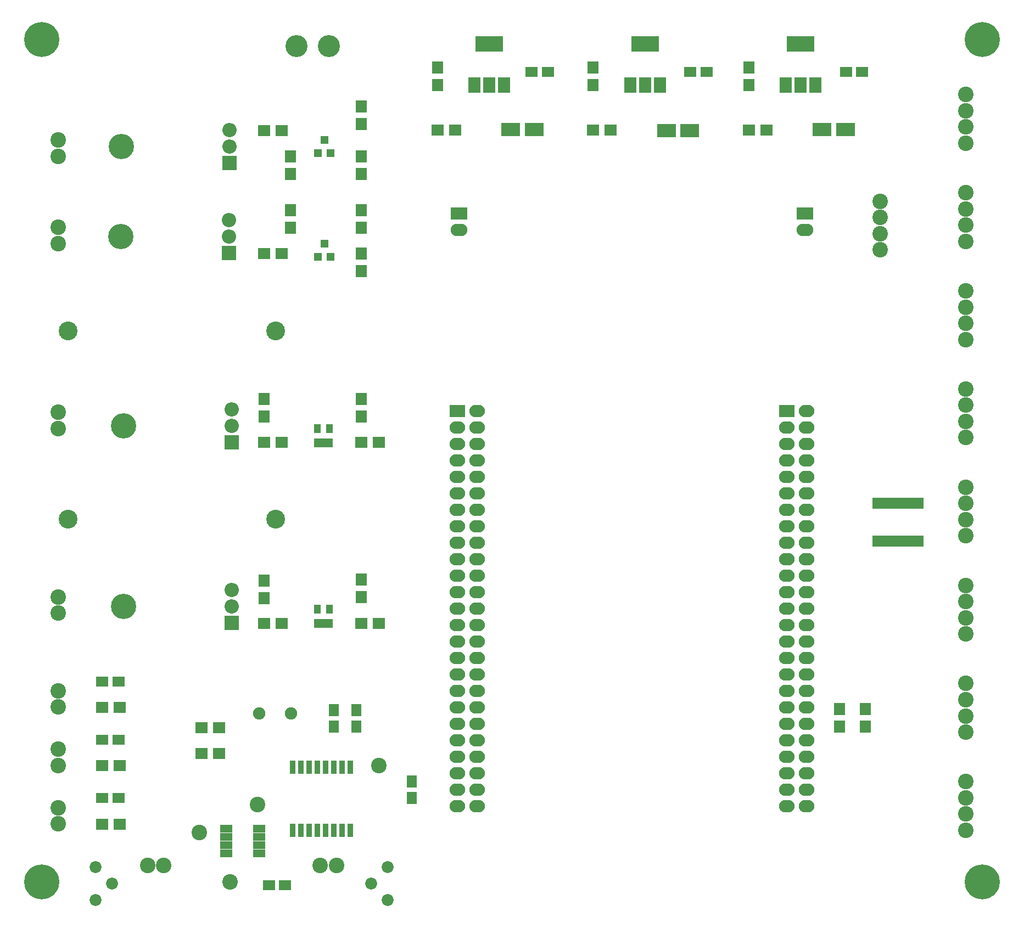
<source format=gbr>
G04 #@! TF.FileFunction,Soldermask,Top*
%FSLAX46Y46*%
G04 Gerber Fmt 4.6, Leading zero omitted, Abs format (unit mm)*
G04 Created by KiCad (PCBNEW 4.0.7) date 07/23/18 11:07:22*
%MOMM*%
%LPD*%
G01*
G04 APERTURE LIST*
%ADD10C,0.400000*%
%ADD11O,3.900000X3.900000*%
%ADD12R,2.200000X2.200000*%
%ADD13O,2.200000X2.200000*%
%ADD14C,3.400000*%
%ADD15R,1.900000X1.650000*%
%ADD16R,3.000000X2.000000*%
%ADD17R,1.650000X1.900000*%
%ADD18C,2.400000*%
%ADD19R,1.200000X1.300000*%
%ADD20R,1.700000X1.900000*%
%ADD21R,1.900000X1.700000*%
%ADD22C,1.840000*%
%ADD23R,1.050000X1.460000*%
%ADD24R,4.200000X2.400000*%
%ADD25R,1.900000X2.400000*%
%ADD26C,1.900000*%
%ADD27C,2.900000*%
%ADD28R,0.800000X1.750000*%
%ADD29C,5.400000*%
%ADD30R,0.910000X2.100000*%
%ADD31R,1.900000X1.160000*%
%ADD32R,2.600000X1.900000*%
%ADD33O,2.600000X1.900000*%
%ADD34O,2.400000X1.900000*%
%ADD35R,2.400000X1.900000*%
G04 APERTURE END LIST*
D10*
D11*
X84620000Y-85610000D03*
D12*
X101280000Y-88150000D03*
D13*
X101280000Y-85610000D03*
X101280000Y-83070000D03*
D11*
X84630000Y-113490000D03*
D12*
X101290000Y-116030000D03*
D13*
X101290000Y-113490000D03*
X101290000Y-110950000D03*
D14*
X116290000Y-27050000D03*
X111290000Y-27050000D03*
D15*
X147500000Y-31000000D03*
X150000000Y-31000000D03*
D16*
X144290000Y-39848000D03*
X147890000Y-39848000D03*
D15*
X196000000Y-31000000D03*
X198500000Y-31000000D03*
D16*
X192290000Y-39848000D03*
X195890000Y-39848000D03*
D15*
X172000000Y-31000000D03*
X174500000Y-31000000D03*
D16*
X168290000Y-40050000D03*
X171890000Y-40050000D03*
D15*
X83790000Y-125050000D03*
X81290000Y-125050000D03*
X83790000Y-134050000D03*
X81290000Y-134050000D03*
X83790000Y-143050000D03*
X81290000Y-143050000D03*
D17*
X120500000Y-132000000D03*
X120500000Y-129500000D03*
X117000000Y-132000000D03*
X117000000Y-129500000D03*
D15*
X109500000Y-156500000D03*
X107000000Y-156500000D03*
D17*
X129000000Y-143000000D03*
X129000000Y-140500000D03*
D18*
X124000000Y-138000000D03*
X101000000Y-156000000D03*
X105290000Y-144050000D03*
X96290000Y-148350000D03*
D19*
X114600000Y-43500000D03*
X116500000Y-43500000D03*
X115550000Y-41500000D03*
X114600000Y-59500000D03*
X116500000Y-59500000D03*
X115550000Y-57500000D03*
D11*
X84290000Y-42510000D03*
D12*
X100950000Y-45050000D03*
D13*
X100950000Y-42510000D03*
X100950000Y-39970000D03*
D11*
X84200000Y-56374000D03*
D12*
X100860000Y-58914000D03*
D13*
X100860000Y-56374000D03*
X100860000Y-53834000D03*
D20*
X121290000Y-44050000D03*
X121290000Y-46750000D03*
X121290000Y-36350000D03*
X121290000Y-39050000D03*
X121290000Y-55050000D03*
X121290000Y-52350000D03*
X121290000Y-61750000D03*
X121290000Y-59050000D03*
X110290000Y-44050000D03*
X110290000Y-46750000D03*
X110290000Y-55050000D03*
X110290000Y-52350000D03*
D21*
X106290000Y-40050000D03*
X108990000Y-40050000D03*
X106290000Y-59050000D03*
X108990000Y-59050000D03*
D20*
X121290000Y-81476000D03*
X121290000Y-84176000D03*
X121290000Y-109350000D03*
X121290000Y-112050000D03*
D21*
X106290000Y-88150000D03*
X108990000Y-88150000D03*
X106290000Y-116050000D03*
X108990000Y-116050000D03*
D20*
X106290000Y-84150000D03*
X106290000Y-81450000D03*
X106274000Y-112192000D03*
X106274000Y-109492000D03*
X157000000Y-33000000D03*
X157000000Y-30300000D03*
D21*
X83990000Y-129050000D03*
X81290000Y-129050000D03*
X83990000Y-138050000D03*
X81290000Y-138050000D03*
X83990000Y-147050000D03*
X81290000Y-147050000D03*
D20*
X195000000Y-132000000D03*
X195000000Y-129300000D03*
X199000000Y-132000000D03*
X199000000Y-129300000D03*
D21*
X99290000Y-132150000D03*
X96590000Y-132150000D03*
X99290000Y-136150000D03*
X96590000Y-136150000D03*
D22*
X125340000Y-158740000D03*
X122800000Y-156200000D03*
X125340000Y-153660000D03*
X80290000Y-153670000D03*
X82830000Y-156210000D03*
X80290000Y-158750000D03*
D23*
X114440000Y-88200000D03*
X115390000Y-88200000D03*
X116340000Y-88200000D03*
X116340000Y-86000000D03*
X114440000Y-86000000D03*
X114440000Y-116050000D03*
X115390000Y-116050000D03*
X116340000Y-116050000D03*
X116340000Y-113850000D03*
X114440000Y-113850000D03*
D24*
X141000000Y-26700000D03*
D25*
X141000000Y-33000000D03*
X143300000Y-33000000D03*
X138700000Y-33000000D03*
D24*
X189000000Y-26700000D03*
D25*
X189000000Y-33000000D03*
X191300000Y-33000000D03*
X186700000Y-33000000D03*
D24*
X165000000Y-26700000D03*
D25*
X165000000Y-33000000D03*
X167300000Y-33000000D03*
X162700000Y-33000000D03*
D26*
X110380000Y-130000000D03*
X105500000Y-130000000D03*
D21*
X121290000Y-88150000D03*
X123990000Y-88150000D03*
X121290000Y-116050000D03*
X123990000Y-116050000D03*
D20*
X133000000Y-33000000D03*
X133000000Y-30300000D03*
X181000000Y-33000000D03*
X181000000Y-30300000D03*
D27*
X108000000Y-71000000D03*
X76000000Y-71000000D03*
X108000000Y-100000000D03*
X76000000Y-100000000D03*
D18*
X201290000Y-58450000D03*
X201290000Y-55950000D03*
X201290000Y-53450000D03*
X201290000Y-50950000D03*
D28*
X200440000Y-97550000D03*
X200440000Y-103400000D03*
X201090000Y-97550000D03*
X201090000Y-103400000D03*
X201740000Y-97550000D03*
X201740000Y-103400000D03*
X202390000Y-97550000D03*
X202390000Y-103400000D03*
X203040000Y-97550000D03*
X203040000Y-103400000D03*
X203690000Y-97550000D03*
X203690000Y-103400000D03*
X204340000Y-97550000D03*
X204340000Y-103400000D03*
X204990000Y-97550000D03*
X204990000Y-103400000D03*
X205640000Y-97550000D03*
X205640000Y-103400000D03*
X206290000Y-97550000D03*
X206290000Y-103400000D03*
X206940000Y-97550000D03*
X206940000Y-103400000D03*
X207590000Y-97550000D03*
X207590000Y-103400000D03*
D29*
X72000000Y-26000000D03*
X217000000Y-26000000D03*
X217000000Y-156000000D03*
X72000000Y-156000000D03*
D30*
X119540000Y-148000000D03*
X119540000Y-138250000D03*
X118270000Y-148000000D03*
X118270000Y-138250000D03*
X117000000Y-148000000D03*
X117000000Y-138250000D03*
X115730000Y-148000000D03*
X115730000Y-138250000D03*
X114460000Y-148000000D03*
X114460000Y-138250000D03*
X113190000Y-148000000D03*
X113190000Y-138250000D03*
X111920000Y-148000000D03*
X111920000Y-138250000D03*
X110650000Y-148000000D03*
X110650000Y-138250000D03*
D31*
X105520000Y-147785000D03*
X100380000Y-147785000D03*
X105520000Y-149055000D03*
X100380000Y-149055000D03*
X105520000Y-150325000D03*
X100380000Y-150325000D03*
X105520000Y-151595000D03*
X100380000Y-151595000D03*
D18*
X214500000Y-140499999D03*
X214500000Y-142999999D03*
X214500000Y-145499999D03*
X214500000Y-147999999D03*
X214500000Y-125357142D03*
X214500000Y-127857142D03*
X214500000Y-130357142D03*
X214500000Y-132857142D03*
X214500000Y-110214285D03*
X214500000Y-112714285D03*
X214500000Y-115214285D03*
X214500000Y-117714285D03*
X214500000Y-95071428D03*
X214500000Y-97571428D03*
X214500000Y-100071428D03*
X214500000Y-102571428D03*
X214500000Y-79928571D03*
X214500000Y-82428571D03*
X214500000Y-84928571D03*
X214500000Y-87428571D03*
X214500000Y-64785714D03*
X214500000Y-67285714D03*
X214500000Y-69785714D03*
X214500000Y-72285714D03*
X214500000Y-49642857D03*
X214500000Y-52142857D03*
X214500000Y-54642857D03*
X214500000Y-57142857D03*
X214500000Y-34500000D03*
X214500000Y-37000000D03*
X214500000Y-39500000D03*
X214500000Y-42000000D03*
X74500000Y-44000000D03*
X74500000Y-41500000D03*
X74500000Y-57500000D03*
X74500000Y-55000000D03*
X74500000Y-86000000D03*
X74500000Y-83500000D03*
X74500000Y-114500000D03*
X74500000Y-112000000D03*
X74500000Y-129000000D03*
X74500000Y-126500000D03*
X74500000Y-138000000D03*
X74500000Y-135500000D03*
X74500000Y-147000000D03*
X74500000Y-144500000D03*
X117400000Y-153400000D03*
X114900000Y-153400000D03*
X90800000Y-153400000D03*
X88300000Y-153400000D03*
D21*
X133000000Y-40000000D03*
X135700000Y-40000000D03*
X181000000Y-40000000D03*
X183700000Y-40000000D03*
X157000000Y-40000000D03*
X159700000Y-40000000D03*
D32*
X189670000Y-52850000D03*
D33*
X189670000Y-55390000D03*
D34*
X186880000Y-144290000D03*
X186880000Y-141750000D03*
X186880000Y-139210000D03*
X186880000Y-136670000D03*
X186880000Y-134130000D03*
X186880000Y-131590000D03*
X186880000Y-129050000D03*
X186880000Y-126510000D03*
X186880000Y-123970000D03*
X186880000Y-121430000D03*
X186880000Y-118890000D03*
X186880000Y-116350000D03*
X186880000Y-113810000D03*
X186880000Y-111270000D03*
X186880000Y-108730000D03*
X186880000Y-106190000D03*
X186880000Y-103650000D03*
X186880000Y-101110000D03*
X186880000Y-98570000D03*
X186880000Y-96030000D03*
X186880000Y-93490000D03*
X186880000Y-90950000D03*
X186880000Y-88410000D03*
X186880000Y-85870000D03*
D35*
X186880000Y-83330000D03*
D34*
X189920000Y-83330000D03*
X189920000Y-85870000D03*
X189920000Y-88410000D03*
X189920000Y-90950000D03*
X189920000Y-93490000D03*
X189920000Y-96030000D03*
X189920000Y-98570000D03*
X189920000Y-101110000D03*
X189920000Y-103650000D03*
X189920000Y-106190000D03*
X189920000Y-108730000D03*
X189920000Y-111270000D03*
X189920000Y-113810000D03*
X189920000Y-116350000D03*
X189920000Y-118890000D03*
X189920000Y-121430000D03*
X189920000Y-123970000D03*
X189920000Y-126510000D03*
X189920000Y-129050000D03*
X189920000Y-131590000D03*
X189920000Y-134130000D03*
X189920000Y-136670000D03*
X189920000Y-139210000D03*
X189920000Y-141750000D03*
X189920000Y-144290000D03*
X139120000Y-144290000D03*
X139120000Y-141750000D03*
X139120000Y-139210000D03*
X139120000Y-136670000D03*
X139120000Y-134130000D03*
X139120000Y-131590000D03*
X139120000Y-129050000D03*
X139120000Y-126510000D03*
X139120000Y-123970000D03*
X139120000Y-121430000D03*
X139120000Y-118890000D03*
X139120000Y-116350000D03*
X139120000Y-113810000D03*
X139120000Y-111270000D03*
X139120000Y-108730000D03*
X139120000Y-106190000D03*
X139120000Y-103650000D03*
X139120000Y-101110000D03*
X139120000Y-98570000D03*
X139120000Y-96030000D03*
X139120000Y-93490000D03*
X139120000Y-90950000D03*
X139120000Y-88410000D03*
X139120000Y-85870000D03*
X139120000Y-83330000D03*
D35*
X136080000Y-83330000D03*
D34*
X136080000Y-85870000D03*
X136080000Y-88410000D03*
X136080000Y-90950000D03*
X136080000Y-93490000D03*
X136080000Y-96030000D03*
X136080000Y-98570000D03*
X136080000Y-101110000D03*
X136080000Y-103650000D03*
X136080000Y-106190000D03*
X136080000Y-108730000D03*
X136080000Y-111270000D03*
X136080000Y-113810000D03*
X136080000Y-116350000D03*
X136080000Y-118890000D03*
X136080000Y-121430000D03*
X136080000Y-123970000D03*
X136080000Y-126510000D03*
X136080000Y-129050000D03*
X136080000Y-131590000D03*
X136080000Y-134130000D03*
X136080000Y-136670000D03*
X136080000Y-139210000D03*
X136080000Y-141750000D03*
X136080000Y-144290000D03*
D33*
X136330000Y-55390000D03*
D32*
X136330000Y-52850000D03*
M02*

</source>
